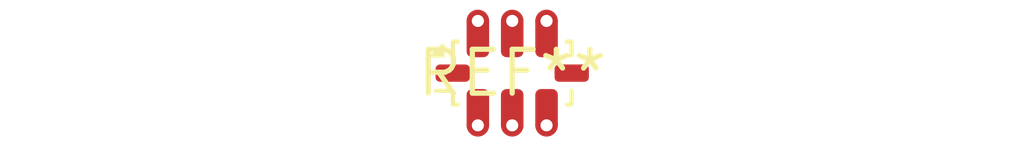
<source format=kicad_pcb>
(kicad_pcb (version 20240108) (generator pcbnew)
  (layers (0 "F.Cu" signal) (31 "B.Cu" signal) (34 "B.Paste" user) (35 "F.Paste" user) (36 "B.SilkS" user "B.Silkscreen") (37 "F.SilkS" user "F.Silkscreen") (38 "B.Mask" user) (39 "F.Mask" user) (44 "Edge.Cuts" user))
  (net 0 "")
  (footprint "Filter_Mini-Circuits_FV1206-6" (layer "F.Cu") (at 0 0)
    (property "Reference" "REF**")
    (property "Value" "Filter_Mini-Circuits_FV1206-6")
    (fp_line (start -2.2 0.51) (end -1.71 0.51) (layer "F.SilkS") (stroke (width 0.12)))
    (fp_line (start -1.71 -0.91) (end -1.71 -0.51) (layer "F.SilkS") (stroke (width 0.12)))
    (fp_line (start -1.71 -0.91) (end -1.57 -0.91) (layer "F.SilkS") (stroke (width 0.12)))
    (fp_line (start -1.71 0.51) (end -1.71 0.91) (layer "F.SilkS") (stroke (width 0.12)))
    (fp_line (start -1.57 0.91) (end -1.71 0.91) (layer "F.SilkS") (stroke (width 0.12)))
    (fp_line (start 1.57 -0.91) (end 1.71 -0.91) (layer "F.SilkS") (stroke (width 0.12)))
    (fp_line (start 1.71 -0.91) (end 1.71 -0.51) (layer "F.SilkS") (stroke (width 0.12)))
    (fp_line (start 1.71 0.51) (end 1.71 0.91) (layer "F.SilkS") (stroke (width 0.12)))
    (fp_line (start 1.71 0.91) (end 1.57 0.91) (layer "F.SilkS") (stroke (width 0.12)))
    (fp_poly (pts (xy -2.005 -0.51) (xy -2.285 -0.51) (xy -2.005 -0.79) (xy -2.005 -0.51)) (layer "F.SilkS") (stroke (width 0.12)) (fill solid))
    (pad "1" smd roundrect (at -1.715 0) (size 0.99 0.5) (layers "F.Cu" "F.Paste" "F.Mask"))
    (pad "2" smd roundrect (at -0.99 1.06625) (size 0.65 1.2125) (layers "F.Cu" "F.Paste" "F.Mask"))
    (pad "2" thru_hole circle (at -0.99 1.51) (size 0.65 0.65) (drill 0.35) (layers *.Cu *.Mask) (remove_unused_layers))
    (pad "3" smd roundrect (at 0 1.06625) (size 0.65 1.2125) (layers "F.Cu" "F.Paste" "F.Mask"))
    (pad "3" thru_hole circle (at 0 1.51) (size 0.65 0.65) (drill 0.35) (layers *.Cu *.Mask) (remove_unused_layers))
    (pad "4" smd roundrect (at 0.99 1.06625) (size 0.65 1.2125) (layers "F.Cu" "F.Paste" "F.Mask"))
    (pad "4" thru_hole circle (at 0.99 1.51) (size 0.65 0.65) (drill 0.35) (layers *.Cu *.Mask) (remove_unused_layers))
    (pad "5" smd roundrect (at 1.715 0) (size 0.99 0.5) (layers "F.Cu" "F.Paste" "F.Mask"))
    (pad "6" thru_hole circle (at 0.99 -1.51) (size 0.65 0.65) (drill 0.35) (layers *.Cu *.Mask) (remove_unused_layers))
    (pad "6" smd roundrect (at 0.99 -1.06625) (size 0.65 1.2125) (layers "F.Cu" "F.Paste" "F.Mask"))
    (pad "7" thru_hole circle (at 0 -1.51) (size 0.65 0.65) (drill 0.35) (layers *.Cu *.Mask) (remove_unused_layers))
    (pad "7" smd roundrect (at 0 -1.06625) (size 0.65 1.2125) (layers "F.Cu" "F.Paste" "F.Mask"))
    (pad "8" thru_hole circle (at -0.99 -1.51) (size 0.65 0.65) (drill 0.35) (layers *.Cu *.Mask) (remove_unused_layers))
    (pad "8" smd roundrect (at -0.99 -1.06625) (size 0.65 1.2125) (layers "F.Cu" "F.Paste" "F.Mask"))
  )
)
</source>
